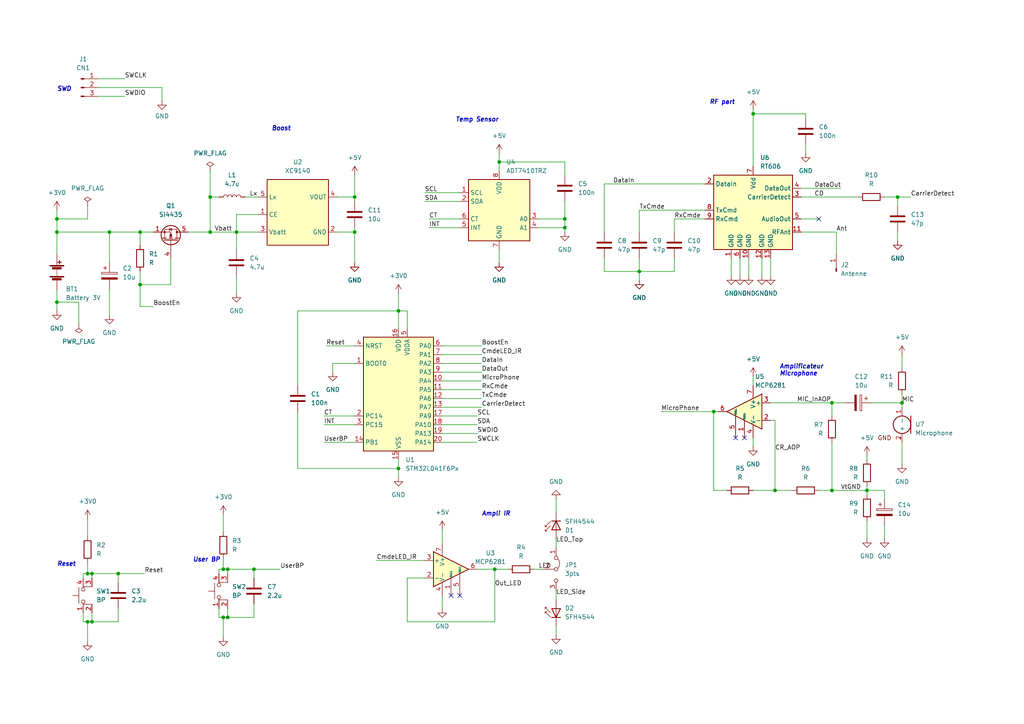
<source format=kicad_sch>
(kicad_sch (version 20211123) (generator eeschema)
  (paper "A4")
  (lib_symbols
    (symbol "Amplifier_Operational:TL071" (pin_names (offset 0.127))
      (property "Reference" "U" (at 0 6.35 0))
      (property "Value" "TL071" (at 0 3.81 0))
      (symbol "TL071_0_1"
        (polyline (pts (xy -5.08 5.08) (xy 5.08 0) (xy -5.08 -5.08) (xy -5.08 5.08)) (stroke (width 0.254)) (fill (type background)))
      )
      (symbol "TL071_1_1"
        (pin input line (at 0 -7.62 90) (length 5.08) (name "NULL") (number "1"))
        (pin input line (at -7.62 -2.54 0) (length 2.54) (name "-") (number "2"))
        (pin input line (at -7.62 2.54 0) (length 2.54) (name "+") (number "3"))
        (pin power_in line (at -2.54 -7.62 90) (length 3.81) (name "V-") (number "4"))
        (pin input line (at 2.54 -7.62 90) (length 6.35) (name "NULL") (number "5"))
        (pin output line (at 7.62 0 180) (length 2.54) (name "~") (number "6"))
        (pin power_in line (at -2.54 7.62 270) (length 3.81) (name "V+") (number "7"))
        (pin no_connect line (at 0 2.54 270) (length 2.54) hide (name "NC") (number "8"))
      )
    )
    (symbol "Connector:Conn_01x01_Male" (pin_names (offset 1.016) hide)
      (property "Reference" "J" (at 0 2.54 0))
      (property "Value" "Conn_01x01_Male" (at 0 -2.54 0))
      (symbol "Conn_01x01_Male_1_1"
        (polyline (pts (xy 1.27 0) (xy 0.8636 0)) (stroke (width 0.1524)))
        (rectangle (start 0.8636 0.127) (end 0 -0.127) (stroke (width 0.1524)) (fill (type outline)))
        (pin passive line (at 5.08 0 180) (length 3.81) (name "Pin_1") (number "1"))
      )
    )
    (symbol "Connector:Conn_01x03_Male" (pin_names (offset 1.016) hide)
      (property "Reference" "J" (at 0 5.08 0))
      (property "Value" "Conn_01x03_Male" (at 0 -5.08 0))
      (symbol "Conn_01x03_Male_1_1"
        (polyline (pts (xy 1.27 -2.54) (xy 0.8636 -2.54)) (stroke (width 0.1524)))
        (polyline (pts (xy 1.27 0) (xy 0.8636 0)) (stroke (width 0.1524)))
        (polyline (pts (xy 1.27 2.54) (xy 0.8636 2.54)) (stroke (width 0.1524)))
        (rectangle (start 0.8636 -2.413) (end 0 -2.667) (stroke (width 0.1524)) (fill (type outline)))
        (rectangle (start 0.8636 0.127) (end 0 -0.127) (stroke (width 0.1524)) (fill (type outline)))
        (rectangle (start 0.8636 2.667) (end 0 2.413) (stroke (width 0.1524)) (fill (type outline)))
        (pin passive line (at 5.08 2.54 180) (length 3.81) (name "Pin_1") (number "1"))
        (pin passive line (at 5.08 0 180) (length 3.81) (name "Pin_2") (number "2"))
        (pin passive line (at 5.08 -2.54 180) (length 3.81) (name "Pin_3") (number "3"))
      )
    )
    (symbol "Device:Battery" (pin_numbers hide) (pin_names (offset 0) hide)
      (property "Reference" "BT" (at 2.54 2.54 0))
      (property "Value" "Battery" (at 2.54 0 0))
      (symbol "Battery_0_1"
        (rectangle (start -2.032 -1.397) (end 2.032 -1.651) (fill (type outline)))
        (rectangle (start -2.032 1.778) (end 2.032 1.524) (fill (type outline)))
        (rectangle (start -1.3208 -1.9812) (end 1.27 -2.4892) (fill (type outline)))
        (rectangle (start -1.3208 1.1938) (end 1.27 0.6858) (fill (type outline)))
        (polyline (pts (xy 0 -1.524) (xy 0 -1.27)))
        (polyline (pts (xy 0 -1.016) (xy 0 -0.762)))
        (polyline (pts (xy 0 -0.508) (xy 0 -0.254)))
        (polyline (pts (xy 0 0) (xy 0 0.254)))
        (polyline (pts (xy 0 0.508) (xy 0 0.762)))
        (polyline (pts (xy 0 1.778) (xy 0 2.54)))
        (polyline (pts (xy 0.254 2.667) (xy 1.27 2.667)) (stroke (width 0.254)))
        (polyline (pts (xy 0.762 3.175) (xy 0.762 2.159)) (stroke (width 0.254)))
      )
      (symbol "Battery_1_1"
        (pin passive line (at 0 5.08 270) (length 2.54) (name "+") (number "1"))
        (pin passive line (at 0 -5.08 90) (length 2.54) (name "-") (number "2"))
      )
    )
    (symbol "Device:C" (pin_numbers hide) (pin_names (offset 0.254))
      (property "Reference" "C" (at 0.635 2.54 0))
      (property "Value" "C" (at 0.635 -2.54 0))
      (symbol "C_0_1"
        (polyline (pts (xy -2.032 -0.762) (xy 2.032 -0.762)) (stroke (width 0.508)))
        (polyline (pts (xy -2.032 0.762) (xy 2.032 0.762)) (stroke (width 0.508)))
      )
      (symbol "C_1_1"
        (pin passive line (at 0 3.81 270) (length 2.794) (name "~") (number "1"))
        (pin passive line (at 0 -3.81 90) (length 2.794) (name "~") (number "2"))
      )
    )
    (symbol "Device:C_Polarized" (pin_numbers hide) (pin_names (offset 0.254))
      (property "Reference" "C" (at 0.635 2.54 0))
      (property "Value" "C_Polarized" (at 0.635 -2.54 0))
      (symbol "C_Polarized_0_1"
        (rectangle (start -2.286 0.508) (end 2.286 1.016))
        (polyline (pts (xy -1.778 2.286) (xy -0.762 2.286)))
        (polyline (pts (xy -1.27 2.794) (xy -1.27 1.778)))
        (rectangle (start 2.286 -0.508) (end -2.286 -1.016) (fill (type outline)))
      )
      (symbol "C_Polarized_1_1"
        (pin passive line (at 0 3.81 270) (length 2.794) (name "~") (number "1"))
        (pin passive line (at 0 -3.81 90) (length 2.794) (name "~") (number "2"))
      )
    )
    (symbol "Device:L" (pin_numbers hide) (pin_names (offset 1.016) hide)
      (property "Reference" "L" (at -1.27 0 90))
      (property "Value" "L" (at 1.905 0 90))
      (symbol "L_0_1"
        (arc (start 0 -2.54) (mid 0.635 -1.905) (end 0 -1.27))
        (arc (start 0 -1.27) (mid 0.635 -0.635) (end 0 0))
        (arc (start 0 0) (mid 0.635 0.635) (end 0 1.27))
        (arc (start 0 1.27) (mid 0.635 1.905) (end 0 2.54))
      )
      (symbol "L_1_1"
        (pin passive line (at 0 3.81 270) (length 1.27) (name "1") (number "1"))
        (pin passive line (at 0 -3.81 90) (length 1.27) (name "2") (number "2"))
      )
    )
    (symbol "Device:R" (pin_numbers hide) (pin_names (offset 0))
      (property "Reference" "R" (at 2.032 0 90))
      (property "Value" "R" (at 0 0 90))
      (symbol "R_0_1"
        (rectangle (start -1.016 -2.54) (end 1.016 2.54) (stroke (width 0.254)))
      )
      (symbol "R_1_1"
        (pin passive line (at 0 3.81 270) (length 1.27) (name "~") (number "1"))
        (pin passive line (at 0 -3.81 90) (length 1.27) (name "~") (number "2"))
      )
    )
    (symbol "Jumper:Jumper_3_Bridged12" (pin_names (offset 0) hide)
      (property "Reference" "JP" (at -2.54 -2.54 0))
      (property "Value" "Jumper_3_Bridged12" (at 0 2.794 0))
      (symbol "Jumper_3_Bridged12_0_0"
        (circle (center -3.302 0) (radius 0.508))
        (circle (center 0 0) (radius 0.508))
        (circle (center 3.302 0) (radius 0.508))
      )
      (symbol "Jumper_3_Bridged12_0_1"
        (arc (start -0.254 0.508) (mid -1.651 0.9912) (end -3.048 0.508))
        (polyline (pts (xy 0 -1.27) (xy 0 -0.508)))
      )
      (symbol "Jumper_3_Bridged12_1_1"
        (pin passive line (at -6.35 0 0) (length 2.54) (name "A") (number "1"))
        (pin passive line (at 0 -3.81 90) (length 2.54) (name "C") (number "2"))
        (pin passive line (at 6.35 0 180) (length 2.54) (name "B") (number "3"))
      )
    )
    (symbol "LED:SFH4546" (pin_numbers hide) (pin_names (offset 1.016) hide)
      (property "Reference" "D" (at 0.508 1.778 0))
      (property "Value" "SFH4546" (at -1.016 -2.794 0))
      (symbol "SFH4546_0_1"
        (polyline (pts (xy -2.54 1.27) (xy -2.54 -1.27)) (stroke (width 0.254)))
        (polyline (pts (xy 0 0) (xy -2.54 0)))
        (polyline (pts (xy 0.381 3.175) (xy -0.127 3.175)))
        (polyline (pts (xy -1.143 1.651) (xy 0.381 3.175) (xy 0.381 2.667)))
        (polyline (pts (xy 0 -1.27) (xy -2.54 0) (xy 0 1.27) (xy 0 -1.27)) (stroke (width 0.254)))
        (polyline (pts (xy -2.413 1.651) (xy -0.889 3.175) (xy -0.889 2.667) (xy -0.889 3.175) (xy -1.397 3.175)))
      )
      (symbol "SFH4546_1_1"
        (pin passive line (at -5.08 0 0) (length 2.54) (name "K") (number "1"))
        (pin passive line (at 2.54 0 180) (length 2.54) (name "A") (number "2"))
      )
    )
    (symbol "LibKiCad_PjtDeviceManagePV:ADT7410TRZ"
      (property "Reference" "U" (at 2.54 13.97 0))
      (property "Value" "ADT7410TRZ" (at 7.62 11.43 0))
      (symbol "ADT7410TRZ_0_1"
        (rectangle (start -8.89 10.16) (end 8.89 -7.62) (stroke (width 0.254)) (fill (type background)))
      )
      (symbol "ADT7410TRZ_1_1"
        (pin input line (at -11.43 6.35 0) (length 2.54) (name "SCL") (number "1"))
        (pin bidirectional line (at -11.43 3.81 0) (length 2.54) (name "SDA") (number "2"))
        (pin input line (at 11.43 -1.27 180) (length 2.54) (name "A0") (number "3"))
        (pin input line (at 11.43 -3.81 180) (length 2.54) (name "A1") (number "4"))
        (pin open_collector line (at -11.43 -3.81 0) (length 2.54) (name "INT") (number "5"))
        (pin open_collector line (at -11.43 -1.27 0) (length 2.54) (name "CT") (number "6"))
        (pin power_in line (at 0 -10.16 90) (length 2.54) (name "GND") (number "7"))
        (pin power_in line (at 0 12.7 270) (length 2.54) (name "VDD") (number "8"))
      )
    )
    (symbol "LibKiCad_PjtDeviceManagePV:Microphone"
      (property "Reference" "U" (at -8.89 11.43 0))
      (property "Value" "Microphone" (at -3.81 13.97 0))
      (symbol "Microphone_0_0"
        (text "GND" (at -5.08 -3.81 0) (effects (font (size 1.27 1.27))))
      )
      (symbol "Microphone_0_1"
        (polyline (pts (xy -0.508 -4.064) (xy -0.508 -3.556)))
        (polyline (pts (xy -0.254 -3.81) (xy -0.762 -3.81)))
        (polyline (pts (xy 2.54 -2.54) (xy 2.54 2.54)) (stroke (width 0.254)))
        (circle (center 0 0) (radius 2.54) (stroke (width 0.254)))
      )
      (symbol "Microphone_1_1"
        (pin passive line (at 0 5.08 270) (length 2.54) (name "-") (number "1"))
        (pin passive line (at 0 -5.08 90) (length 2.54) (name "+") (number "2"))
      )
    )
    (symbol "LibKiCad_PjtDeviceManagePV:RT606"
      (property "Reference" "U" (at -10.16 16.51 0))
      (property "Value" "RT606" (at -7.62 13.97 0))
      (symbol "RT606_0_1"
        (rectangle (start -10.16 12.7) (end 12.7 -8.89) (stroke (width 0.254)) (fill (type background)))
      )
      (symbol "RT606_1_1"
        (pin power_in line (at -5.08 -11.43 90) (length 2.54) (name "GND") (number "1"))
        (pin power_in line (at 0 -11.43 90) (length 2.54) (name "GND") (number "10"))
        (pin output line (at 15.24 -3.81 180) (length 2.54) (name "RFAnt") (number "11"))
        (pin power_in line (at 3.81 -11.43 90) (length 2.54) (name "GND") (number "12"))
        (pin power_in line (at 6.35 -11.43 90) (length 2.54) (name "GND") (number "13"))
        (pin input line (at -12.7 10.16 0) (length 2.54) (name "DataIn") (number "2"))
        (pin output line (at 15.24 6.35 180) (length 2.54) (name "CarrierDetect") (number "3"))
        (pin output line (at 15.24 8.89 180) (length 2.54) (name "DataOut") (number "4"))
        (pin output line (at 15.24 0 180) (length 2.54) (name "AudioOut") (number "5"))
        (pin power_in line (at -2.54 -11.43 90) (length 2.54) (name "GND") (number "6"))
        (pin power_in line (at 1.27 15.24 270) (length 2.54) (name "Vdd") (number "7"))
        (pin input line (at -12.7 2.54 0) (length 2.54) (name "TxCmd") (number "8"))
        (pin input line (at -12.7 0 0) (length 2.54) (name "RxCmd") (number "9"))
      )
    )
    (symbol "LibKiCad_PjtDeviceManagePV:SwitchBP"
      (property "Reference" "SW?" (at -7.62 8.89 0))
      (property "Value" "SwitchBP" (at -5.08 6.35 0))
      (symbol "SwitchBP_0_1"
        (circle (center -1.778 1.27) (radius 0.508))
        (polyline (pts (xy -2.286 2.54) (xy 2.286 2.54)))
        (polyline (pts (xy 0 2.54) (xy 0 4.318)))
        (polyline (pts (xy -2.54 -1.27) (xy -2.54 1.27) (xy -2.286 1.27)))
        (polyline (pts (xy 2.54 -1.27) (xy 2.54 1.27) (xy 2.286 1.27)))
        (circle (center 1.778 1.27) (radius 0.508))
        (pin passive line (at -5.08 1.27 0) (length 2.54) (name "") (number "1"))
        (pin passive line (at -5.08 -1.27 0) (length 2.54) (name "") (number "2"))
        (pin passive line (at 5.08 -1.27 180) (length 2.54) (name "") (number "3"))
        (pin passive line (at 5.08 1.27 180) (length 2.54) (name "") (number "4"))
      )
    )
    (symbol "LibKiCad_PjtDeviceManagePV:XC9140"
      (property "Reference" "U" (at -3.81 15.24 0))
      (property "Value" "XC9140" (at -1.27 12.7 0))
      (symbol "XC9140_0_1"
        (rectangle (start -8.89 11.43) (end 8.89 -7.62) (stroke (width 0.254)) (fill (type background)))
      )
      (symbol "XC9140_1_1"
        (pin input line (at -11.43 1.27 0) (length 2.54) (name "CE") (number "1"))
        (pin power_in line (at 11.43 -3.81 180) (length 2.54) (name "GND") (number "2"))
        (pin power_in line (at -11.43 -3.81 0) (length 2.54) (name "Vbatt") (number "3"))
        (pin power_out line (at 11.43 6.35 180) (length 2.54) (name "VOUT") (number "4"))
        (pin bidirectional line (at -11.43 6.35 0) (length 2.54) (name "Lx") (number "5"))
      )
    )
    (symbol "MCU_ST_STM32L0:STM32L041F6Px"
      (property "Reference" "U" (at -10.16 16.51 0))
      (property "Value" "STM32L041F6Px" (at 5.08 16.51 0))
      (symbol "STM32L041F6Px_0_1"
        (rectangle (start -10.16 -17.78) (end 10.16 15.24) (stroke (width 0.254)) (fill (type background)))
      )
      (symbol "STM32L041F6Px_1_1"
        (pin input line (at -12.7 7.62 0) (length 2.54) (name "BOOT0") (number "1"))
        (pin bidirectional line (at 12.7 2.54 180) (length 2.54) (name "PA4") (number "10"))
        (pin bidirectional line (at 12.7 0 180) (length 2.54) (name "PA5") (number "11"))
        (pin bidirectional line (at 12.7 -2.54 180) (length 2.54) (name "PA6") (number "12"))
        (pin bidirectional line (at 12.7 -5.08 180) (length 2.54) (name "PA7") (number "13"))
        (pin bidirectional line (at -12.7 -15.24 0) (length 2.54) (name "PB1") (number "14"))
        (pin power_in line (at 0 -20.32 90) (length 2.54) (name "VSS") (number "15"))
        (pin power_in line (at 0 17.78 270) (length 2.54) (name "VDD") (number "16"))
        (pin bidirectional line (at 12.7 -7.62 180) (length 2.54) (name "PA9") (number "17"))
        (pin bidirectional line (at 12.7 -10.16 180) (length 2.54) (name "PA10") (number "18"))
        (pin bidirectional line (at 12.7 -12.7 180) (length 2.54) (name "PA13") (number "19"))
        (pin bidirectional line (at -12.7 -7.62 0) (length 2.54) (name "PC14") (number "2"))
        (pin bidirectional line (at 12.7 -15.24 180) (length 2.54) (name "PA14") (number "20"))
        (pin bidirectional line (at -12.7 -10.16 0) (length 2.54) (name "PC15") (number "3"))
        (pin input line (at -12.7 12.7 0) (length 2.54) (name "NRST") (number "4"))
        (pin power_in line (at 2.54 17.78 270) (length 2.54) (name "VDDA") (number "5"))
        (pin bidirectional line (at 12.7 12.7 180) (length 2.54) (name "PA0") (number "6"))
        (pin bidirectional line (at 12.7 10.16 180) (length 2.54) (name "PA1") (number "7"))
        (pin bidirectional line (at 12.7 7.62 180) (length 2.54) (name "PA2") (number "8"))
        (pin bidirectional line (at 12.7 5.08 180) (length 2.54) (name "PA3") (number "9"))
      )
    )
    (symbol "Transistor_FET:Si7141DP" (pin_names hide)
      (property "Reference" "Q" (at 5.08 1.905 0))
      (property "Value" "Si7141DP" (at 5.08 0 0))
      (symbol "Si7141DP_0_1"
        (polyline (pts (xy 0.254 0) (xy -2.54 0)))
        (polyline (pts (xy 0.254 1.905) (xy 0.254 -1.905)) (stroke (width 0.254)))
        (polyline (pts (xy 0.762 -1.27) (xy 0.762 -2.286)) (stroke (width 0.254)))
        (polyline (pts (xy 0.762 0.508) (xy 0.762 -0.508)) (stroke (width 0.254)))
        (polyline (pts (xy 0.762 2.286) (xy 0.762 1.27)) (stroke (width 0.254)))
        (polyline (pts (xy 2.54 2.54) (xy 2.54 1.778)))
        (polyline (pts (xy 2.54 -2.54) (xy 2.54 0) (xy 0.762 0)))
        (polyline (pts (xy 0.762 1.778) (xy 3.302 1.778) (xy 3.302 -1.778) (xy 0.762 -1.778)))
        (polyline (pts (xy 2.286 0) (xy 1.27 0.381) (xy 1.27 -0.381) (xy 2.286 0)) (fill (type outline)))
        (polyline (pts (xy 2.794 -0.508) (xy 2.921 -0.381) (xy 3.683 -0.381) (xy 3.81 -0.254)))
        (polyline (pts (xy 3.302 -0.381) (xy 2.921 0.254) (xy 3.683 0.254) (xy 3.302 -0.381)))
        (circle (center 1.651 0) (radius 2.794) (stroke (width 0.254)))
        (circle (center 2.54 -1.778) (radius 0.254) (fill (type outline)))
        (circle (center 2.54 1.778) (radius 0.254) (fill (type outline)))
      )
      (symbol "Si7141DP_1_1"
        (pin passive line (at 2.54 -5.08 90) (length 2.54) (name "S") (number "1"))
        (pin passive line (at 2.54 -5.08 90) (length 2.54) hide (name "S") (number "2"))
        (pin passive line (at 2.54 -5.08 90) (length 2.54) hide (name "S") (number "3"))
        (pin input line (at -5.08 0 0) (length 2.54) (name "G") (number "4"))
        (pin passive line (at 2.54 5.08 270) (length 2.54) (name "D") (number "5"))
      )
    )
    (symbol "power:+3V0" (power) (pin_names (offset 0))
      (property "Value" "+3V0" (at 0 3.556 0))
      (symbol "+3V0_0_1"
        (polyline (pts (xy -0.762 1.27) (xy 0 2.54)))
        (polyline (pts (xy 0 0) (xy 0 2.54)))
        (polyline (pts (xy 0 2.54) (xy 0.762 1.27)))
      )
      (symbol "+3V0_1_1"
        (pin power_in line (at 0 0 90) (length 0) hide (name "+3V0") (number "1"))
      )
    )
    (symbol "power:+5V" (power) (pin_names (offset 0))
      (property "Value" "+5V" (at 0 3.556 0))
      (symbol "+5V_0_1"
        (polyline (pts (xy -0.762 1.27) (xy 0 2.54)))
        (polyline (pts (xy 0 0) (xy 0 2.54)))
        (polyline (pts (xy 0 2.54) (xy 0.762 1.27)))
      )
      (symbol "+5V_1_1"
        (pin power_in line (at 0 0 90) (length 0) hide (name "+5V") (number "1"))
      )
    )
    (symbol "power:GND" (power) (pin_names (offset 0))
      (property "Value" "GND" (at 0 -3.81 0))
      (symbol "GND_0_1"
        (polyline (pts (xy 0 0) (xy 0 -1.27) (xy 1.27 -1.27) (xy 0 -2.54) (xy -1.27 -1.27) (xy 0 -1.27)))
      )
      (symbol "GND_1_1"
        (pin power_in line (at 0 0 270) (length 0) hide (name "GND") (number "1"))
      )
    )
    (symbol "power:PWR_FLAG" (power) (pin_numbers hide) (pin_names (offset 0) hide)
      (property "Value" "PWR_FLAG" (at 0 3.81 0))
      (symbol "PWR_FLAG_0_0"
        (pin power_out line (at 0 0 90) (length 0) (name "pwr") (number "1"))
      )
      (symbol "PWR_FLAG_0_1"
        (polyline (pts (xy 0 0) (xy 0 1.27) (xy -1.016 1.905) (xy 0 2.54) (xy 1.016 1.905) (xy 0 1.27)))
      )
    )
  )
  (junction (at 115.57 135.89))
  (junction (at 31.75 67.31))
  (junction (at 16.51 67.31))
  (junction (at 16.51 63.5))
  (junction (at 207.01 119.38))
  (junction (at 241.3 116.84))
  (junction (at 163.83 66.04))
  (junction (at 25.4 166.37))
  (junction (at 40.64 67.31))
  (junction (at 102.87 67.31))
  (junction (at 241.3 142.24))
  (junction (at 26.67 180.34))
  (junction (at 73.66 165.1))
  (junction (at 163.83 63.5))
  (junction (at 60.96 67.31))
  (junction (at 66.04 179.07))
  (junction (at 143.51 165.1))
  (junction (at 26.67 166.37))
  (junction (at 115.57 90.17))
  (junction (at 218.44 33.02))
  (junction (at 16.51 87.63))
  (junction (at 40.64 82.55))
  (junction (at 34.29 166.37))
  (junction (at 68.58 67.31))
  (junction (at 185.42 78.74))
  (junction (at 66.04 165.1))
  (junction (at 251.46 142.24))
  (junction (at 25.4 180.34))
  (junction (at 261.62 116.84))
  (junction (at 64.77 165.1))
  (junction (at 260.35 57.15))
  (junction (at 102.87 57.15))
  (junction (at 64.77 179.07))
  (junction (at 60.96 57.15))
  (junction (at 144.78 46.99))
  (junction (at 224.79 142.24))
  (no_connect (at 237.49 63.5))
  (no_connect (at 215.9 127))
  (no_connect (at 213.36 127))
  (no_connect (at 130.81 172.72))
  (no_connect (at 133.35 172.72))
  (wire (pts (xy 123.19 55.88) (xy 133.35 55.88)))
  (wire (pts (xy 49.53 74.93) (xy 49.53 82.55)))
  (wire (pts (xy 163.83 58.42) (xy 163.83 63.5)))
  (wire (pts (xy 102.87 66.04) (xy 102.87 67.31)))
  (wire (pts (xy 156.21 63.5) (xy 163.83 63.5)))
  (wire (pts (xy 207.01 119.38) (xy 207.01 142.24)))
  (wire (pts (xy 115.57 135.89) (xy 115.57 138.43)))
  (wire (pts (xy 220.98 74.93) (xy 220.98 80.01)))
  (wire (pts (xy 261.62 102.87) (xy 261.62 106.68)))
  (wire (pts (xy 93.98 120.65) (xy 102.87 120.65)))
  (wire (pts (xy 24.13 177.8) (xy 24.13 180.34)))
  (wire (pts (xy 123.19 167.64) (xy 118.11 167.64)))
  (wire (pts (xy 115.57 90.17) (xy 115.57 95.25)))
  (wire (pts (xy 25.4 180.34) (xy 25.4 186.055)))
  (wire (pts (xy 138.43 165.1) (xy 143.51 165.1)))
  (wire (pts (xy 232.41 57.15) (xy 248.92 57.15)))
  (wire (pts (xy 73.66 165.1) (xy 81.28 165.1)))
  (wire (pts (xy 26.67 177.8) (xy 26.67 180.34)))
  (wire (pts (xy 218.44 109.22) (xy 218.44 111.76)))
  (wire (pts (xy 123.19 58.42) (xy 133.35 58.42)))
  (wire (pts (xy 26.67 166.37) (xy 26.67 167.64)))
  (wire (pts (xy 241.3 116.84) (xy 245.11 116.84)))
  (wire (pts (xy 31.75 67.31) (xy 40.64 67.31)))
  (wire (pts (xy 22.86 93.98) (xy 22.86 87.63)))
  (wire (pts (xy 237.49 142.24) (xy 241.3 142.24)))
  (wire (pts (xy 128.27 105.41) (xy 139.7 105.41)))
  (wire (pts (xy 143.51 165.1) (xy 147.32 165.1)))
  (wire (pts (xy 34.29 166.37) (xy 34.29 168.91)))
  (wire (pts (xy 25.4 163.195) (xy 25.4 166.37)))
  (wire (pts (xy 96.52 105.41) (xy 96.52 107.95)))
  (wire (pts (xy 256.54 142.24) (xy 256.54 144.78)))
  (wire (pts (xy 224.79 121.92) (xy 224.79 142.24)))
  (wire (pts (xy 218.44 31.75) (xy 218.44 33.02)))
  (wire (pts (xy 31.75 83.82) (xy 31.75 91.44)))
  (wire (pts (xy 163.83 63.5) (xy 163.83 66.04)))
  (wire (pts (xy 175.26 53.34) (xy 175.26 67.31)))
  (wire (pts (xy 46.99 25.4) (xy 46.99 29.21)))
  (wire (pts (xy 54.61 67.31) (xy 60.96 67.31)))
  (wire (pts (xy 128.27 172.72) (xy 128.27 176.53)))
  (wire (pts (xy 212.09 74.93) (xy 212.09 80.01)))
  (wire (pts (xy 144.78 46.99) (xy 163.83 46.99)))
  (wire (pts (xy 24.13 167.64) (xy 24.13 166.37)))
  (wire (pts (xy 28.575 22.86) (xy 36.195 22.86)))
  (wire (pts (xy 161.29 144.78) (xy 161.29 148.59)))
  (wire (pts (xy 241.3 142.24) (xy 251.46 142.24)))
  (wire (pts (xy 128.27 113.03) (xy 139.7 113.03)))
  (wire (pts (xy 74.93 62.23) (xy 68.58 62.23)))
  (wire (pts (xy 204.47 53.34) (xy 175.26 53.34)))
  (wire (pts (xy 64.77 149.225) (xy 64.77 154.305)))
  (wire (pts (xy 185.42 60.96) (xy 185.42 67.31)))
  (wire (pts (xy 163.83 66.04) (xy 163.83 67.31)))
  (wire (pts (xy 66.04 165.1) (xy 73.66 165.1)))
  (wire (pts (xy 191.77 119.38) (xy 207.01 119.38)))
  (wire (pts (xy 261.62 116.84) (xy 261.62 118.11)))
  (wire (pts (xy 218.44 33.02) (xy 233.68 33.02)))
  (wire (pts (xy 207.01 142.24) (xy 210.82 142.24)))
  (wire (pts (xy 124.46 63.5) (xy 133.35 63.5)))
  (wire (pts (xy 25.4 59.69) (xy 25.4 63.5)))
  (wire (pts (xy 251.46 142.24) (xy 251.46 143.51)))
  (wire (pts (xy 34.29 166.37) (xy 41.91 166.37)))
  (wire (pts (xy 233.68 34.29) (xy 233.68 33.02)))
  (wire (pts (xy 204.47 63.5) (xy 195.58 63.5)))
  (wire (pts (xy 251.46 140.97) (xy 251.46 142.24)))
  (wire (pts (xy 40.64 67.31) (xy 40.64 71.12)))
  (wire (pts (xy 68.58 80.01) (xy 68.58 85.09)))
  (wire (pts (xy 233.68 41.91) (xy 233.68 44.45)))
  (wire (pts (xy 102.87 67.31) (xy 102.87 76.2)))
  (wire (pts (xy 97.79 57.15) (xy 102.87 57.15)))
  (wire (pts (xy 185.42 78.74) (xy 195.58 78.74)))
  (wire (pts (xy 232.41 63.5) (xy 237.49 63.5)))
  (wire (pts (xy 128.27 123.19) (xy 138.43 123.19)))
  (wire (pts (xy 115.57 90.17) (xy 86.36 90.17)))
  (wire (pts (xy 25.4 63.5) (xy 16.51 63.5)))
  (wire (pts (xy 175.26 74.93) (xy 175.26 78.74)))
  (wire (pts (xy 223.52 121.92) (xy 224.79 121.92)))
  (wire (pts (xy 260.35 57.15) (xy 264.16 57.15)))
  (wire (pts (xy 208.28 119.38) (xy 207.01 119.38)))
  (wire (pts (xy 66.04 165.1) (xy 66.04 166.37)))
  (wire (pts (xy 71.12 57.15) (xy 74.93 57.15)))
  (wire (pts (xy 25.4 150.495) (xy 25.4 155.575)))
  (wire (pts (xy 115.57 133.35) (xy 115.57 135.89)))
  (wire (pts (xy 86.36 135.89) (xy 115.57 135.89)))
  (wire (pts (xy 218.44 33.02) (xy 218.44 48.26)))
  (wire (pts (xy 251.46 142.24) (xy 256.54 142.24)))
  (wire (pts (xy 128.27 102.87) (xy 139.7 102.87)))
  (wire (pts (xy 251.46 151.13) (xy 251.46 156.21)))
  (wire (pts (xy 161.29 156.21) (xy 161.29 158.75)))
  (wire (pts (xy 252.73 116.84) (xy 261.62 116.84)))
  (wire (pts (xy 118.11 90.17) (xy 115.57 90.17)))
  (wire (pts (xy 25.4 166.37) (xy 26.67 166.37)))
  (wire (pts (xy 128.27 100.33) (xy 139.7 100.33)))
  (wire (pts (xy 185.42 78.74) (xy 185.42 81.28)))
  (wire (pts (xy 25.4 180.34) (xy 26.67 180.34)))
  (wire (pts (xy 34.29 176.53) (xy 34.29 180.34)))
  (wire (pts (xy 31.75 67.31) (xy 31.75 76.2)))
  (wire (pts (xy 161.29 181.61) (xy 161.29 184.15)))
  (wire (pts (xy 16.51 83.82) (xy 16.51 87.63)))
  (wire (pts (xy 124.46 66.04) (xy 133.35 66.04)))
  (wire (pts (xy 63.5 179.07) (xy 64.77 179.07)))
  (wire (pts (xy 24.13 180.34) (xy 25.4 180.34)))
  (wire (pts (xy 97.79 67.31) (xy 102.87 67.31)))
  (wire (pts (xy 128.27 128.27) (xy 138.43 128.27)))
  (wire (pts (xy 260.35 57.15) (xy 260.35 59.69)))
  (wire (pts (xy 28.575 25.4) (xy 46.99 25.4)))
  (wire (pts (xy 163.83 46.99) (xy 163.83 50.8)))
  (wire (pts (xy 218.44 142.24) (xy 224.79 142.24)))
  (wire (pts (xy 241.3 128.27) (xy 241.3 142.24)))
  (wire (pts (xy 214.63 74.93) (xy 214.63 80.01)))
  (wire (pts (xy 49.53 82.55) (xy 40.64 82.55)))
  (wire (pts (xy 195.58 74.93) (xy 195.58 78.74)))
  (wire (pts (xy 128.27 107.95) (xy 139.7 107.95)))
  (wire (pts (xy 93.98 128.27) (xy 102.87 128.27)))
  (wire (pts (xy 40.64 78.74) (xy 40.64 82.55)))
  (wire (pts (xy 86.36 119.38) (xy 86.36 135.89)))
  (wire (pts (xy 68.58 62.23) (xy 68.58 67.31)))
  (wire (pts (xy 86.36 90.17) (xy 86.36 111.76)))
  (wire (pts (xy 63.5 165.1) (xy 64.77 165.1)))
  (wire (pts (xy 128.27 118.11) (xy 139.7 118.11)))
  (wire (pts (xy 118.11 95.25) (xy 118.11 90.17)))
  (wire (pts (xy 128.27 125.73) (xy 138.43 125.73)))
  (wire (pts (xy 154.94 165.1) (xy 157.48 165.1)))
  (wire (pts (xy 261.62 114.3) (xy 261.62 116.84)))
  (wire (pts (xy 144.78 72.39) (xy 144.78 76.2)))
  (wire (pts (xy 204.47 60.96) (xy 185.42 60.96)))
  (wire (pts (xy 251.46 132.08) (xy 251.46 133.35)))
  (wire (pts (xy 260.35 67.31) (xy 260.35 69.85)))
  (wire (pts (xy 96.52 105.41) (xy 102.87 105.41)))
  (wire (pts (xy 102.87 50.8) (xy 102.87 57.15)))
  (wire (pts (xy 68.58 67.31) (xy 74.93 67.31)))
  (wire (pts (xy 128.27 110.49) (xy 139.7 110.49)))
  (wire (pts (xy 16.51 87.63) (xy 22.86 87.63)))
  (wire (pts (xy 66.04 176.53) (xy 66.04 179.07)))
  (wire (pts (xy 63.5 176.53) (xy 63.5 179.07)))
  (wire (pts (xy 115.57 85.09) (xy 115.57 90.17)))
  (wire (pts (xy 242.57 67.31) (xy 242.57 73.66)))
  (wire (pts (xy 144.78 46.99) (xy 144.78 49.53)))
  (wire (pts (xy 73.66 165.1) (xy 73.66 167.64)))
  (wire (pts (xy 16.51 87.63) (xy 16.51 90.17)))
  (wire (pts (xy 64.77 179.07) (xy 66.04 179.07)))
  (wire (pts (xy 118.11 167.64) (xy 118.11 180.34)))
  (wire (pts (xy 217.17 74.93) (xy 217.17 80.01)))
  (wire (pts (xy 60.96 57.15) (xy 60.96 67.31)))
  (wire (pts (xy 24.13 166.37) (xy 25.4 166.37)))
  (wire (pts (xy 218.44 127) (xy 218.44 129.54)))
  (wire (pts (xy 185.42 74.93) (xy 185.42 78.74)))
  (wire (pts (xy 144.78 44.45) (xy 144.78 46.99)))
  (wire (pts (xy 68.58 72.39) (xy 68.58 67.31)))
  (wire (pts (xy 261.62 128.27) (xy 261.62 134.62)))
  (wire (pts (xy 256.54 57.15) (xy 260.35 57.15)))
  (wire (pts (xy 224.79 142.24) (xy 229.87 142.24)))
  (wire (pts (xy 241.3 116.84) (xy 241.3 120.65)))
  (wire (pts (xy 16.51 67.31) (xy 31.75 67.31)))
  (wire (pts (xy 64.77 179.07) (xy 64.77 184.785)))
  (wire (pts (xy 223.52 116.84) (xy 241.3 116.84)))
  (wire (pts (xy 156.21 66.04) (xy 163.83 66.04)))
  (wire (pts (xy 232.41 54.61) (xy 243.84 54.61)))
  (wire (pts (xy 195.58 63.5) (xy 195.58 67.31)))
  (wire (pts (xy 223.52 74.93) (xy 223.52 80.01)))
  (wire (pts (xy 64.77 161.925) (xy 64.77 165.1)))
  (wire (pts (xy 128.27 120.65) (xy 138.43 120.65)))
  (wire (pts (xy 66.04 179.07) (xy 73.66 179.07)))
  (wire (pts (xy 40.64 88.9) (xy 44.45 88.9)))
  (wire (pts (xy 26.67 180.34) (xy 34.29 180.34)))
  (wire (pts (xy 256.54 152.4) (xy 256.54 156.21)))
  (wire (pts (xy 143.51 180.34) (xy 143.51 165.1)))
  (wire (pts (xy 109.22 162.56) (xy 123.19 162.56)))
  (wire (pts (xy 40.64 82.55) (xy 40.64 88.9)))
  (wire (pts (xy 93.98 123.19) (xy 102.87 123.19)))
  (wire (pts (xy 64.77 165.1) (xy 66.04 165.1)))
  (wire (pts (xy 60.96 67.31) (xy 68.58 67.31)))
  (wire (pts (xy 94.615 100.33) (xy 102.87 100.33)))
  (wire (pts (xy 128.27 115.57) (xy 139.7 115.57)))
  (wire (pts (xy 102.87 57.15) (xy 102.87 58.42)))
  (wire (pts (xy 175.26 78.74) (xy 185.42 78.74)))
  (wire (pts (xy 128.27 153.67) (xy 128.27 157.48)))
  (wire (pts (xy 63.5 166.37) (xy 63.5 165.1)))
  (wire (pts (xy 73.66 175.26) (xy 73.66 179.07)))
  (wire (pts (xy 232.41 67.31) (xy 242.57 67.31)))
  (wire (pts (xy 44.45 67.31) (xy 40.64 67.31)))
  (wire (pts (xy 26.67 166.37) (xy 34.29 166.37)))
  (wire (pts (xy 118.11 180.34) (xy 143.51 180.34)))
  (wire (pts (xy 16.51 60.96) (xy 16.51 63.5)))
  (wire (pts (xy 16.51 63.5) (xy 16.51 67.31)))
  (wire (pts (xy 16.51 67.31) (xy 16.51 73.66)))
  (wire (pts (xy 161.29 171.45) (xy 161.29 173.99)))
  (wire (pts (xy 63.5 57.15) (xy 60.96 57.15)))
  (wire (pts (xy 28.575 27.94) (xy 36.195 27.94)))
  (wire (pts (xy 60.96 49.53) (xy 60.96 57.15)))
  (text "Ampli IR\n" (at 139.7 149.86 0) (effects (font (size 1.27 1.27) (thickness 0.254) bold italic) (justify left bottom)))
  (text "Boost\n" (at 78.74 38.1 0) (effects (font (size 1.27 1.27) (thickness 0.254) bold italic) (justify left bottom)))
  (text "Reset" (at 16.51 164.465 0) (effects (font (size 1.27 1.27) bold italic) (justify left bottom)))
  (text "RF part\n" (at 205.74 30.48 0) (effects (font (size 1.27 1.27) (thickness 0.254) bold italic) (justify left bottom)))
  (text "Amplificateur\nMicrophone\n" (at 226.06 109.22 0) (effects (font (size 1.27 1.27) (thickness 0.254) bold italic) (justify left bottom)))
  (text "Temp Sensor" (at 132.08 35.56 0) (effects (font (size 1.27 1.27) (thickness 0.254) bold italic) (justify left bottom)))
  (text "User BP\n" (at 55.88 163.195 0) (effects (font (size 1.27 1.27) bold italic) (justify left bottom)))
  (text "SWD" (at 16.51 26.67 0) (effects (font (size 1.27 1.27) bold italic) (justify left bottom)))
  (label "DataIn" (at 139.7 105.41 0))
  (label "TxCmde" (at 139.7 115.57 0))
  (label "CarrierDetect" (at 139.7 118.11 0))
  (label "BoostEn" (at 44.45 88.9 0))
  (label "SCL" (at 138.43 120.65 0))
  (label "SDA" (at 138.43 123.19 0))
  (label "VtGND" (at 243.84 142.24 0))
  (label "RxCmde" (at 139.7 113.03 0))
  (label "INT" (at 124.46 66.04 0))
  (label "SWCLK" (at 138.43 128.27 0))
  (label "Lx" (at 72.39 57.15 0))
  (label "TxCmde" (at 185.42 60.96 0))
  (label "Reset" (at 94.615 100.33 0))
  (label "LED_Top" (at 161.29 157.48 0))
  (label "SWDIO" (at 36.195 27.94 0))
  (label "Vbatt" (at 62.23 67.31 0))
  (label "Ant" (at 242.57 67.31 0))
  (label "CmdeLED_IR" (at 139.7 102.87 0))
  (label "BoostEn" (at 139.7 100.33 0))
  (label "CarrierDetect" (at 264.16 57.15 0))
  (label "LED" (at 156.21 165.1 0))
  (label "CR_AOP" (at 224.79 130.81 0))
  (label "SWCLK" (at 36.195 22.86 0))
  (label "UserBP" (at 81.28 165.1 0))
  (label "MicroPhone" (at 191.77 119.38 0))
  (label "DataIn" (at 177.8 53.34 0))
  (label "RxCmde" (at 195.58 63.5 0))
  (label "MicroPhone" (at 139.7 110.49 0))
  (label "INT" (at 93.98 123.19 0))
  (label "Out_LED" (at 143.51 170.18 0))
  (label "CT" (at 124.46 63.5 0))
  (label "MIC_InAOP" (at 231.14 116.84 0))
  (label "UserBP" (at 93.98 128.27 0))
  (label "MiC" (at 261.62 116.84 0))
  (label "SDA" (at 123.19 58.42 0))
  (label "LED_Side" (at 161.29 172.72 0))
  (label "CD" (at 236.22 57.15 0))
  (label "Reset" (at 41.91 166.37 0))
  (label "DataOut" (at 139.7 107.95 0))
  (label "CmdeLED_IR" (at 109.22 162.56 0))
  (label "SCL" (at 123.19 55.88 0))
  (label "DataOut" (at 236.22 54.61 0))
  (label "SWDIO" (at 138.43 125.73 0))
  (label "CT" (at 93.98 120.65 0))
  (symbol (lib_id "Device:R") (at 151.13 165.1 270) (mirror x) (unit 1)
    (property "Reference" "R4" (at 151.13 158.75 90))
    (property "Value" "R" (at 151.13 161.29 90))
    (property "Footprint" "Resistor_SMD:R_1206_3216Metric" (effects hide))
  )
  (symbol (lib_id "power:GND") (at 128.27 176.53 0) (unit 1)
    (property "Reference" "#PWR022" (effects hide))
    (property "Value" "GND" (at 128.27 181.61 0))
  )
  (symbol (lib_id "power:GND") (at 256.54 156.21 0) (unit 1)
    (property "Reference" "#PWR041" (effects hide))
    (property "Value" "GND" (at 256.54 161.29 0))
  )
  (symbol (lib_id "power:GND") (at 163.83 67.31 0) (unit 1)
    (property "Reference" "#PWR028" (effects hide))
    (property "Value" "GND" (at 163.83 72.39 0))
  )
  (symbol (lib_id "power:GND") (at 68.58 85.09 0) (unit 1)
    (property "Reference" "#PWR06" (effects hide))
    (property "Value" "GND" (at 68.58 90.17 0))
  )
  (symbol (lib_id "power:+3V0") (at 25.4 150.495 0) (unit 1)
    (property "Reference" "#PWR07" (effects hide))
    (property "Value" "+3V0" (at 25.4 145.415 0))
  )
  (symbol (lib_id "Device:C_Polarized") (at 256.54 148.59 0) (unit 1)
    (property "Reference" "C14" (at 260.35 146.4309 0) (effects (justify left)))
    (property "Value" "10u" (at 260.35 148.9709 0) (effects (justify left)))
    (property "Footprint" "Capacitor_Tantalum_SMD:CP_EIA-7132-20_AVX-U" (effects hide))
  )
  (symbol (lib_id "Device:C") (at 73.66 171.45 0) (unit 1)
    (property "Reference" "C7" (at 77.47 170.1799 0) (effects (justify left)))
    (property "Value" "2.2u" (at 77.47 172.7199 0) (effects (justify left)))
    (property "Footprint" "Capacitor_SMD:C_1812_4532Metric" (effects hide))
  )
  (symbol (lib_id "power:+5V") (at 218.44 31.75 0) (unit 1)
    (property "Reference" "#PWR034" (effects hide))
    (property "Value" "+5V" (at 218.44 26.67 0))
  )
  (symbol (lib_id "power:GND") (at 220.98 80.01 0) (unit 1)
    (property "Reference" "#PWR037" (effects hide))
    (property "Value" "GND" (at 220.98 85.09 0))
  )
  (symbol (lib_id "power:GND") (at 161.29 144.78 0) (mirror x) (unit 1)
    (property "Reference" "#PWR026" (effects hide))
    (property "Value" "GND" (at 161.29 139.7 0))
  )
  (symbol (lib_id "power:GND") (at 144.78 76.2 0) (unit 1)
    (property "Reference" "#PWR024" (effects hide))
    (property "Value" "GND" (at 144.78 81.28 0))
  )
  (symbol (lib_id "LibKiCad_PjtDeviceManagePV:Microphone") (at 261.62 123.19 0) (unit 1)
    (property "Reference" "U7" (at 265.43 123.0621 0) (effects (justify left)))
    (property "Value" "Microphone" (at 265.43 125.6021 0) (effects (justify left)))
    (property "Footprint" "LibKiCad_PjtDeviceManagePV:Microphone" (effects hide))
  )
  (symbol (lib_id "Device:C") (at 175.26 71.12 0) (unit 1)
    (property "Reference" "C8" (at 179.07 69.8499 0) (effects (justify left)))
    (property "Value" "47p" (at 179.07 72.3899 0) (effects (justify left)))
    (property "Footprint" "Capacitor_SMD:C_0805_2012Metric" (effects hide))
  )
  (symbol (lib_id "Device:C") (at 163.83 54.61 0) (unit 1)
    (property "Reference" "C5" (at 167.64 53.3399 0) (effects (justify left)))
    (property "Value" "100n" (at 167.64 55.8799 0) (effects (justify left)))
    (property "Footprint" "Capacitor_SMD:C_1206_3216Metric" (effects hide))
  )
  (symbol (lib_id "LibKiCad_PjtDeviceManagePV:SwitchBP") (at 64.77 171.45 90) (unit 1)
    (property "Reference" "SW2" (at 67.31 170.1799 90) (effects (justify right)))
    (property "Value" "BP" (at 67.31 172.7199 90) (effects (justify right)))
    (property "Footprint" "LibKiCad_PjtDeviceManagePV:SW" (effects hide))
  )
  (symbol (lib_id "LibKiCad_PjtDeviceManagePV:XC9140") (at 86.36 63.5 0) (unit 1)
    (property "Reference" "U2" (at 86.36 46.99 0))
    (property "Value" "XC9140" (at 86.36 49.53 0))
    (property "Footprint" "Package_TO_SOT_SMD:SOT-23-5" (effects hide))
  )
  (symbol (lib_id "power:GND") (at 185.42 81.28 0) (unit 1)
    (property "Reference" "#PWR029" (effects hide))
    (property "Value" "GND" (at 185.42 86.36 0))
  )
  (symbol (lib_id "power:GND") (at 64.77 184.785 0) (unit 1)
    (property "Reference" "#PWR018" (effects hide))
    (property "Value" "GND" (at 64.77 189.865 0))
  )
  (symbol (lib_id "power:GND") (at 102.87 76.2 0) (unit 1)
    (property "Reference" "#PWR019" (effects hide))
    (property "Value" "GND" (at 102.87 81.28 0))
  )
  (symbol (lib_id "power:+5V") (at 102.87 50.8 0) (unit 1)
    (property "Reference" "#PWR09" (effects hide))
    (property "Value" "+5V" (at 102.87 45.72 0))
  )
  (symbol (lib_id "LibKiCad_PjtDeviceManagePV:ADT7410TRZ") (at 144.78 62.23 0) (unit 1)
    (property "Reference" "U4" (at 146.7994 46.99 0) (effects (justify left)))
    (property "Value" "ADT7410TRZ" (at 146.7994 49.53 0) (effects (justify left)))
    (property "Footprint" "Package_SO:SOP-8_3.9x4.9mm_P1.27mm" (effects hide))
  )
  (symbol (lib_id "power:GND") (at 214.63 80.01 0) (unit 1)
    (property "Reference" "#PWR032" (effects hide))
    (property "Value" "GND" (at 214.63 85.09 0))
  )
  (symbol (lib_id "Device:Battery") (at 16.51 78.74 0) (unit 1)
    (property "Reference" "BT1" (at 19.05 83.82 0) (effects (justify left)))
    (property "Value" "Battery 3V" (at 19.05 86.36 0) (effects (justify left)))
    (property "Footprint" "Battery:BatteryHolder_Keystone_2468_2xAAA" (effects hide))
  )
  (symbol (lib_id "Device:C") (at 185.42 71.12 0) (unit 1)
    (property "Reference" "C9" (at 189.23 69.8499 0) (effects (justify left)))
    (property "Value" "47p" (at 189.23 72.3899 0) (effects (justify left)))
    (property "Footprint" "Capacitor_SMD:C_0805_2012Metric" (effects hide))
  )
  (symbol (lib_id "power:+5V") (at 128.27 153.67 0) (mirror y) (unit 1)
    (property "Reference" "#PWR021" (effects hide))
    (property "Value" "+5V" (at 128.27 148.59 0))
  )
  (symbol (lib_id "power:PWR_FLAG") (at 60.96 49.53 0) (unit 1)
    (property "Reference" "#FLG0103" (effects hide))
    (property "Value" "PWR_FLAG" (at 60.96 44.45 0))
  )
  (symbol (lib_id "power:+5V") (at 218.44 109.22 0) (mirror y) (unit 1)
    (property "Reference" "#PWR035" (effects hide))
    (property "Value" "+5V" (at 218.44 104.14 0))
  )
  (symbol (lib_id "power:+3V0") (at 64.77 149.225 0) (unit 1)
    (property "Reference" "#PWR017" (effects hide))
    (property "Value" "+3V0" (at 64.77 144.145 0))
  )
  (symbol (lib_id "power:GND") (at 161.29 184.15 0) (unit 1)
    (property "Reference" "#PWR027" (effects hide))
    (property "Value" "GND" (at 161.29 189.23 0))
  )
  (symbol (lib_id "power:+3V0") (at 16.51 60.96 0) (unit 1)
    (property "Reference" "#PWR01" (effects hide))
    (property "Value" "+3V0" (at 16.51 55.88 0))
  )
  (symbol (lib_id "Device:R") (at 251.46 147.32 0) (mirror y) (unit 1)
    (property "Reference" "R9" (at 248.92 146.0499 0) (effects (justify left)))
    (property "Value" "R" (at 248.92 148.5899 0) (effects (justify left)))
    (property "Footprint" "Resistor_SMD:R_1206_3216Metric" (effects hide))
  )
  (symbol (lib_id "power:GND") (at 144.78 76.2 0) (unit 1)
    (property "Reference" "#PWR025" (effects hide))
    (property "Value" "GND" (at 144.78 81.28 0))
  )
  (symbol (lib_id "power:GND") (at 25.4 186.055 0) (unit 1)
    (property "Reference" "#PWR08" (effects hide))
    (property "Value" "GND" (at 25.4 191.135 0))
  )
  (symbol (lib_id "power:+5V") (at 251.46 132.08 0) (mirror y) (unit 1)
    (property "Reference" "#PWR039" (effects hide))
    (property "Value" "+5V" (at 251.46 127 0))
  )
  (symbol (lib_id "Device:R") (at 251.46 137.16 0) (mirror y) (unit 1)
    (property "Reference" "R8" (at 248.92 135.8899 0) (effects (justify left)))
    (property "Value" "R" (at 248.92 138.4299 0) (effects (justify left)))
    (property "Footprint" "Resistor_SMD:R_1206_3216Metric" (effects hide))
  )
  (symbol (lib_id "power:GND") (at 233.68 44.45 0) (unit 1)
    (property "Reference" "#PWR0101" (effects hide))
    (property "Value" "GND" (at 233.68 49.53 0))
  )
  (symbol (lib_id "Jumper:Jumper_3_Bridged12") (at 161.29 165.1 270) (unit 1)
    (property "Reference" "JP1" (at 163.83 163.8299 90) (effects (justify left)))
    (property "Value" "3pts" (at 163.83 166.3699 90) (effects (justify left)))
    (property "Footprint" "Connector_PinHeader_2.54mm:PinHeader_1x03_P2.54mm_Vertical" (effects hide))
  )
  (symbol (lib_id "Device:R") (at 40.64 74.93 0) (unit 1)
    (property "Reference" "R1" (at 43.18 73.6599 0) (effects (justify left)))
    (property "Value" "R" (at 43.18 76.1999 0) (effects (justify left)))
    (property "Footprint" "Resistor_SMD:R_1206_3216Metric" (effects hide))
  )
  (symbol (lib_id "power:GND") (at 31.75 91.44 0) (unit 1)
    (property "Reference" "#PWR0102" (effects hide))
    (property "Value" "GND" (at 31.75 96.52 0))
  )
  (symbol (lib_id "Device:C") (at 34.29 172.72 0) (unit 1)
    (property "Reference" "C3" (at 38.1 171.4499 0) (effects (justify left)))
    (property "Value" "2.2u" (at 38.1 173.9899 0) (effects (justify left)))
    (property "Footprint" "Capacitor_SMD:C_1812_4532Metric" (effects hide))
  )
  (symbol (lib_id "power:GND") (at 212.09 80.01 0) (unit 1)
    (property "Reference" "#PWR031" (effects hide))
    (property "Value" "GND" (at 212.09 85.09 0))
  )
  (symbol (lib_id "Device:C") (at 102.87 62.23 0) (unit 1)
    (property "Reference" "C11" (at 106.68 60.9599 0) (effects (justify left)))
    (property "Value" "10u" (at 106.68 63.4999 0) (effects (justify left)))
    (property "Footprint" "Capacitor_SMD:C_1812_4532Metric" (effects hide))
  )
  (symbol (lib_id "power:+3V0") (at 115.57 85.09 0) (unit 1)
    (property "Reference" "#PWR020" (effects hide))
    (property "Value" "+3V0" (at 115.57 80.01 0))
  )
  (symbol (lib_id "LED:SFH4546") (at 161.29 176.53 90) (unit 1)
    (property "Reference" "D2" (at 163.83 176.4029 90) (effects (justify right)))
    (property "Value" "SFH4544" (at 163.83 178.9429 90) (effects (justify right)))
    (property "Footprint" "LED_THT:LED_D5.0mm_IRGrey" (effects hide))
    (property "Datasheet" "http://www.osram-os.com/Graphics/XPic1/00101982_0.pdf" (effects hide))
  )
  (symbol (lib_id "Device:R") (at 261.62 110.49 0) (mirror y) (unit 1)
    (property "Reference" "R11" (at 259.08 109.2199 0) (effects (justify left)))
    (property "Value" "R" (at 259.08 111.7599 0) (effects (justify left)))
    (property "Footprint" "Resistor_SMD:R_1206_3216Metric" (effects hide))
  )
  (symbol (lib_id "power:GND") (at 102.87 76.2 0) (unit 1)
    (property "Reference" "#PWR010" (effects hide))
    (property "Value" "GND" (at 102.87 81.28 0))
  )
  (symbol (lib_id "Device:R") (at 233.68 142.24 270) (mirror x) (unit 1)
    (property "Reference" "R6" (at 233.68 135.89 90))
    (property "Value" "R" (at 233.68 138.43 90))
    (property "Footprint" "Resistor_SMD:R_1206_3216Metric" (effects hide))
  )
  (symbol (lib_id "Device:C") (at 68.58 76.2 0) (unit 1)
    (property "Reference" "C4" (at 72.39 74.9299 0) (effects (justify left)))
    (property "Value" "4.7u" (at 72.39 77.4699 0) (effects (justify left)))
    (property "Footprint" "Capacitor_SMD:C_1812_4532Metric" (effects hide))
  )
  (symbol (lib_id "Device:C") (at 233.68 38.1 0) (unit 1)
    (property "Reference" "C6" (at 237.49 36.8299 0) (effects (justify left)))
    (property "Value" "100n" (at 237.49 39.3699 0) (effects (justify left)))
    (property "Footprint" "Capacitor_SMD:C_1206_3216Metric" (effects hide))
  )
  (symbol (lib_id "power:GND") (at 251.46 156.21 0) (unit 1)
    (property "Reference" "#PWR040" (effects hide))
    (property "Value" "GND" (at 251.46 161.29 0))
  )
  (symbol (lib_id "power:GND") (at 218.44 129.54 0) (mirror y) (unit 1)
    (property "Reference" "#PWR036" (effects hide))
    (property "Value" "GND" (at 218.44 134.62 0))
  )
  (symbol (lib_id "Amplifier_Operational:TL071") (at 130.81 165.1 0) (unit 1)
    (property "Reference" "U3" (at 142.24 160.401 0))
    (property "Value" "MCP6281" (at 142.24 162.941 0))
    (property "Footprint" "Package_SO:SOIC-8_3.9x4.9mm_P1.27mm" (effects hide))
    (property "Datasheet" "http://www.ti.com/lit/ds/symlink/tl071.pdf" (effects hide))
  )
  (symbol (lib_id "Connector:Conn_01x01_Male") (at 242.57 78.74 270) (mirror x) (unit 1)
    (property "Reference" "J2" (at 243.84 76.8349 90) (effects (justify left)))
    (property "Value" "Antenne" (at 243.84 79.3749 90) (effects (justify left)))
    (property "Footprint" "Connector_PinHeader_1.00mm:PinHeader_1x01_P1.00mm_Vertical" (effects hide))
  )
  (symbol (lib_id "Device:R") (at 64.77 158.115 0) (unit 1)
    (property "Reference" "R3" (at 67.31 156.8449 0) (effects (justify left)))
    (property "Value" "R" (at 67.31 159.3849 0) (effects (justify left)))
    (property "Footprint" "Resistor_SMD:R_1206_3216Metric" (effects hide))
  )
  (symbol (lib_id "power:GND") (at 115.57 138.43 0) (unit 1)
    (property "Reference" "#PWR013" (effects hide))
    (property "Value" "GND" (at 115.57 143.51 0))
  )
  (symbol (lib_id "power:GND") (at 217.17 80.01 0) (unit 1)
    (property "Reference" "#PWR033" (effects hide))
    (property "Value" "GND" (at 217.17 85.09 0))
  )
  (symbol (lib_id "LibKiCad_PjtDeviceManagePV:RT606") (at 217.17 63.5 0) (unit 1)
    (property "Reference" "U6" (at 220.4594 45.72 0) (effects (justify left)))
    (property "Value" "RT606" (at 220.4594 48.26 0) (effects (justify left)))
    (property "Footprint" "LibKiCad_PjtDeviceManagePV:RT606" (effects hide))
  )
  (symbol (lib_id "Connector:Conn_01x03_Male") (at 23.495 25.4 0) (unit 1)
    (property "Reference" "J1" (at 24.13 17.145 0))
    (property "Value" "CN1" (at 24.13 19.685 0))
    (property "Footprint" "Connector_PinHeader_2.54mm:PinHeader_1x03_P2.54mm_Vertical" (effects hide))
  )
  (symbol (lib_id "power:GND") (at 260.35 69.85 0) (unit 1)
    (property "Reference" "#PWR042" (effects hide))
    (property "Value" "GND" (at 260.35 74.93 0))
  )
  (symbol (lib_id "power:+5V") (at 261.62 102.87 0) (mirror y) (unit 1)
    (property "Reference" "#PWR044" (effects hide))
    (property "Value" "+5V" (at 261.62 97.79 0))
  )
  (symbol (lib_id "power:PWR_FLAG") (at 25.4 59.69 0) (unit 1)
    (property "Reference" "#FLG0101" (effects hide))
    (property "Value" "PWR_FLAG" (at 25.4 54.61 0))
  )
  (symbol (lib_id "Device:C") (at 86.36 115.57 0) (unit 1)
    (property "Reference" "C1" (at 90.17 114.2999 0) (effects (justify left)))
    (property "Value" "100n" (at 90.17 116.8399 0) (effects (justify left)))
    (property "Footprint" "Capacitor_SMD:C_1206_3216Metric" (effects hide))
  )
  (symbol (lib_id "Device:R") (at 25.4 159.385 0) (unit 1)
    (property "Reference" "R2" (at 27.94 158.1149 0) (effects (justify left)))
    (property "Value" "R" (at 27.94 160.6549 0) (effects (justify left)))
    (property "Footprint" "Resistor_SMD:R_1206_3216Metric" (effects hide))
  )
  (symbol (lib_id "Device:C_Polarized") (at 31.75 80.01 0) (unit 1)
    (property "Reference" "C2" (at 35.56 77.8509 0) (effects (justify left)))
    (property "Value" "10u" (at 35.56 80.3909 0) (effects (justify left)))
    (property "Footprint" "Capacitor_Tantalum_SMD:CP_EIA-7132-20_AVX-U" (effects hide))
  )
  (symbol (lib_id "LibKiCad_PjtDeviceManagePV:SwitchBP") (at 25.4 172.72 90) (unit 1)
    (property "Reference" "SW1" (at 27.94 171.4499 90) (effects (justify right)))
    (property "Value" "BP" (at 27.94 173.9899 90) (effects (justify right)))
    (property "Footprint" "LibKiCad_PjtDeviceManagePV:SW" (effects hide))
  )
  (symbol (lib_id "power:GND") (at 46.99 29.21 0) (unit 1)
    (property "Reference" "#PWR05" (effects hide))
    (property "Value" "GND" (at 46.99 33.655 0))
  )
  (symbol (lib_id "Amplifier_Operational:TL071") (at 215.9 119.38 0) (mirror y) (unit 1)
    (property "Reference" "U5" (at 218.9606 109.22 0) (effects (justify right)))
    (property "Value" "MCP6281" (at 218.9606 111.76 0) (effects (justify right)))
    (property "Footprint" "Package_SO:SOIC-8_3.9x4.9mm_P1.27mm" (effects hide))
    (property "Datasheet" "http://www.ti.com/lit/ds/symlink/tl071.pdf" (effects hide))
  )
  (symbol (lib_id "Device:C") (at 195.58 71.12 0) (unit 1)
    (property "Reference" "C10" (at 199.39 69.8499 0) (effects (justify left)))
    (property "Value" "47p" (at 199.39 72.3899 0) (effects (justify left)))
    (property "Footprint" "Capacitor_SMD:C_0805_2012Metric" (effects hide))
  )
  (symbol (lib_id "power:PWR_FLAG") (at 22.86 93.98 0) (mirror x) (unit 1)
    (property "Reference" "#FLG0102" (effects hide))
    (property "Value" "PWR_FLAG" (at 22.86 99.06 0))
  )
  (symbol (lib_id "Device:R") (at 252.73 57.15 270) (unit 1)
    (property "Reference" "R10" (at 252.73 50.8 90))
    (property "Value" "R" (at 252.73 53.34 90))
    (property "Footprint" "Resistor_SMD:R_1206_3216Metric" (effects hide))
  )
  (symbol (lib_id "power:GND") (at 16.51 90.17 0) (unit 1)
    (property "Reference" "#PWR02" (effects hide))
    (property "Value" "GND" (at 16.51 95.25 0))
  )
  (symbol (lib_id "power:GND") (at 185.42 81.28 0) (unit 1)
    (property "Reference" "#PWR030" (effects hide))
    (property "Value" "GND" (at 185.42 86.36 0))
  )
  (symbol (lib_id "Device:R") (at 241.3 124.46 0) (mirror y) (unit 1)
    (property "Reference" "R7" (at 238.76 123.1899 0) (effects (justify left)))
    (property "Value" "R" (at 238.76 125.7299 0) (effects (justify left)))
    (property "Footprint" "Resistor_SMD:R_1206_3216Metric" (effects hide))
  )
  (symbol (lib_id "power:+5V") (at 144.78 44.45 0) (unit 1)
    (property "Reference" "#PWR023" (effects hide))
    (property "Value" "+5V" (at 144.78 39.37 0))
  )
  (symbol (lib_id "power:GND") (at 96.52 107.95 0) (unit 1)
    (property "Reference" "#PWR011" (effects hide))
    (property "Value" "GND" (at 96.52 113.03 0))
  )
  (symbol (lib_id "power:GND") (at 223.52 80.01 0) (unit 1)
    (property "Reference" "#PWR038" (effects hide))
    (property "Value" "GND" (at 223.52 85.09 0))
  )
  (symbol (lib_id "Device:R") (at 214.63 142.24 270) (mirror x) (unit 1)
    (property "Reference" "R5" (at 214.63 135.89 90))
    (property "Value" "R" (at 214.63 138.43 90))
    (property "Footprint" "Resistor_SMD:R_1206_3216Metric" (effects hide))
  )
  (symbol (lib_id "Device:C_Polarized") (at 248.92 116.84 270) (unit 1)
    (property "Reference" "C12" (at 249.809 109.22 90))
    (property "Value" "10u" (at 249.809 111.76 90))
    (property "Footprint" "Capacitor_Tantalum_SMD:CP_EIA-7132-20_AVX-U" (effects hide))
  )
  (symbol (lib_id "power:GND") (at 260.35 69.85 0) (unit 1)
    (property "Reference" "#PWR043" (effects hide))
    (property "Value" "GND" (at 260.35 74.93 0))
  )
  (symbol (lib_id "Device:C") (at 260.35 63.5 0) (unit 1)
    (property "Reference" "C13" (at 264.16 62.2299 0) (effects (justify left)))
    (property "Value" "47p" (at 264.16 64.7699 0) (effects (justify left)))
    (property "Footprint" "Capacitor_SMD:C_0805_2012Metric" (effects hide))
  )
  (symbol (lib_id "Transistor_FET:Si7141DP") (at 49.53 69.85 270) (mirror x) (unit 1)
    (property "Reference" "Q1" (at 49.53 59.69 90))
    (property "Value" "Si4435" (at 49.53 62.23 90))
    (property "Footprint" "Package_SO:PowerPAK_SO-8_Single" (effects hide))
    (property "Datasheet" "https://www.vishay.com/docs/65596/si7141dp.pdf" (effects hide))
  )
  (symbol (lib_id "Device:L") (at 67.31 57.15 270) (mirror x) (unit 1)
    (property "Reference" "L1" (at 67.31 50.8 90))
    (property "Value" "4.7u" (at 67.31 53.34 90))
    (property "Footprint" "Inductor_SMD:L_Abracon_ASPI-3012S" (effects hide))
  )
  (symbol (lib_id "MCU_ST_STM32L0:STM32L041F6Px") (at 115.57 113.03 0) (unit 1)
    (property "Reference" "U1" (at 117.5894 133.35 0) (effects (justify left)))
    (property "Value" "STM32L041F6Px" (at 117.5894 135.89 0) (effects (justify left)))
    (property "Footprint" "Package_SO:TSSOP-20_4.4x6.5mm_P0.65mm" (effects hide))
    (property "Datasheet" "http://www.st.com/st-web-ui/static/active/en/resource/technical/document/datasheet/DM00152023.pdf" (effects hide))
  )
  (symbol (lib_id "LED:SFH4546") (at 161.29 153.67 90) (mirror x) (unit 1)
    (property "Reference" "D1" (at 163.83 153.7971 90) (effects (justify right)))
    (property "Value" "SFH4544" (at 163.83 151.2571 90) (effects (justify right)))
    (property "Footprint" "LED_THT:LED_D5.0mm_IRGrey" (effects hide))
    (property "Datasheet" "http://www.osram-os.com/Graphics/XPic1/00101982_0.pdf" (effects hide))
  )
  (symbol (lib_id "power:GND") (at 261.62 134.62 0) (mirror y) (unit 1)
    (property "Reference" "#PWR045" (effects hide))
    (property "Value" "GND" (at 261.62 139.7 0))
  )
)
</source>
